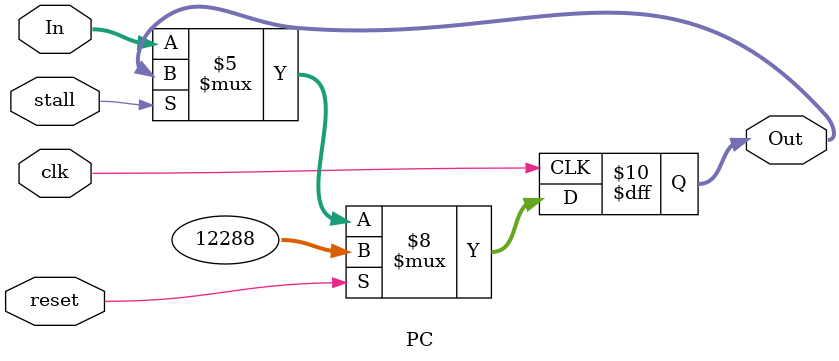
<source format=v>
`timescale 1ns / 1ps
module PC(
    input clk,
    input reset,
    input [31:0] In,
	 input stall,
    output reg [31:0] Out
    );
	always@(posedge clk) begin
		if (reset == 1) begin
			Out <= 32'h00003000;
		end
		else begin
			if (stall == 1) begin
				Out <= Out;
			end
			else begin
				Out <= In;
			end
		end
	end	
endmodule

</source>
